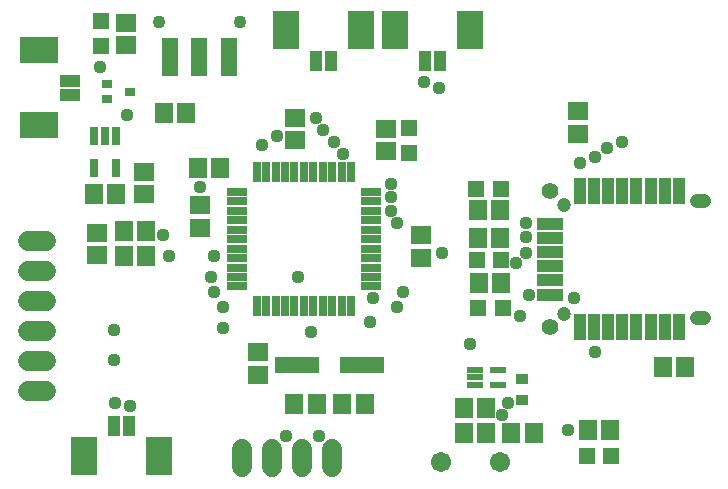
<source format=gts>
G75*
%MOIN*%
%OFA0B0*%
%FSLAX25Y25*%
%IPPOS*%
%LPD*%
%AMOC8*
5,1,8,0,0,1.08239X$1,22.5*
%
%ADD10R,0.08674X0.03950*%
%ADD11R,0.03950X0.08674*%
%ADD12C,0.04737*%
%ADD13C,0.04737*%
%ADD14C,0.05524*%
%ADD15R,0.05524X0.05524*%
%ADD16R,0.06706X0.05918*%
%ADD17R,0.05918X0.06706*%
%ADD18R,0.03000X0.06000*%
%ADD19R,0.05400X0.02200*%
%ADD20R,0.03950X0.03556*%
%ADD21R,0.02965X0.06706*%
%ADD22R,0.06706X0.02965*%
%ADD23R,0.14580X0.05524*%
%ADD24R,0.09068X0.12611*%
%ADD25R,0.03950X0.07099*%
%ADD26R,0.12611X0.09068*%
%ADD27R,0.07099X0.03950*%
%ADD28R,0.03359X0.03162*%
%ADD29R,0.05524X0.12611*%
%ADD30C,0.04343*%
%ADD31C,0.06737*%
%ADD32C,0.06800*%
%ADD33C,0.04369*%
D10*
X0216216Y0099522D03*
X0216216Y0104246D03*
X0216216Y0108971D03*
X0216216Y0113695D03*
X0216216Y0118420D03*
X0216216Y0123144D03*
D11*
X0226058Y0133971D03*
X0230783Y0133971D03*
X0235507Y0133971D03*
X0240231Y0133971D03*
X0244956Y0133971D03*
X0249680Y0133971D03*
X0254405Y0133971D03*
X0259129Y0133971D03*
X0259129Y0088695D03*
X0254405Y0088695D03*
X0249680Y0088695D03*
X0244956Y0088695D03*
X0240231Y0088695D03*
X0235507Y0088695D03*
X0230783Y0088695D03*
X0226058Y0088695D03*
D12*
X0220940Y0093026D03*
X0220940Y0129443D03*
D13*
X0265035Y0130821D02*
X0265035Y0130821D01*
X0267397Y0130821D01*
X0267397Y0130821D01*
X0265035Y0130821D01*
X0265035Y0091845D02*
X0265035Y0091845D01*
X0267397Y0091845D01*
X0267397Y0091845D01*
X0265035Y0091845D01*
D14*
X0216216Y0088695D03*
X0216216Y0133971D03*
D15*
X0199830Y0134791D03*
X0191562Y0134791D03*
X0169050Y0146673D03*
X0169050Y0154941D03*
X0191680Y0111209D03*
X0199948Y0111209D03*
X0200326Y0095209D03*
X0192058Y0095209D03*
X0228381Y0045657D03*
X0236649Y0045657D03*
X0066491Y0182311D03*
X0066491Y0190579D03*
D16*
X0074685Y0190070D03*
X0074685Y0182590D03*
X0131128Y0158459D03*
X0131128Y0150979D03*
X0161444Y0147280D03*
X0161444Y0154760D03*
X0173121Y0119264D03*
X0173121Y0111783D03*
X0118869Y0080264D03*
X0118869Y0072783D03*
X0065184Y0112579D03*
X0065184Y0120059D03*
X0080751Y0132949D03*
X0080751Y0140429D03*
X0099405Y0129217D03*
X0099405Y0121736D03*
X0225610Y0153159D03*
X0225610Y0160639D03*
D17*
X0199649Y0127776D03*
X0192169Y0127776D03*
X0192011Y0118335D03*
X0199491Y0118335D03*
X0199869Y0103335D03*
X0192389Y0103335D03*
X0154452Y0063098D03*
X0146972Y0063098D03*
X0138365Y0063122D03*
X0130885Y0063122D03*
X0187436Y0061697D03*
X0194917Y0061697D03*
X0194917Y0053429D03*
X0187436Y0053429D03*
X0203184Y0053429D03*
X0210665Y0053429D03*
X0228775Y0054531D03*
X0236255Y0054531D03*
X0253690Y0075472D03*
X0261170Y0075472D03*
X0106302Y0141610D03*
X0098822Y0141610D03*
X0094948Y0160083D03*
X0087468Y0160083D03*
X0071499Y0133051D03*
X0064019Y0133051D03*
X0074074Y0120862D03*
X0081554Y0120862D03*
X0081554Y0112382D03*
X0074074Y0112382D03*
D18*
X0071459Y0141643D03*
X0064059Y0141643D03*
X0064059Y0152443D03*
X0067759Y0152443D03*
X0071459Y0152443D03*
D19*
X0191313Y0074533D03*
X0191313Y0071933D03*
X0191313Y0069333D03*
X0198913Y0069333D03*
X0198913Y0074533D03*
D20*
X0206924Y0071539D03*
X0206924Y0064453D03*
D21*
X0149869Y0095547D03*
X0146720Y0095547D03*
X0143570Y0095547D03*
X0140420Y0095547D03*
X0137271Y0095547D03*
X0134121Y0095547D03*
X0130972Y0095547D03*
X0127822Y0095547D03*
X0124672Y0095547D03*
X0121523Y0095547D03*
X0118373Y0095547D03*
X0118373Y0140429D03*
X0121523Y0140429D03*
X0124672Y0140429D03*
X0127822Y0140429D03*
X0130972Y0140429D03*
X0134121Y0140429D03*
X0137271Y0140429D03*
X0140420Y0140429D03*
X0143570Y0140429D03*
X0146720Y0140429D03*
X0149869Y0140429D03*
D22*
X0156562Y0133736D03*
X0156562Y0130587D03*
X0156562Y0127437D03*
X0156562Y0124287D03*
X0156562Y0121138D03*
X0156562Y0117988D03*
X0156562Y0114839D03*
X0156562Y0111689D03*
X0156562Y0108539D03*
X0156562Y0105390D03*
X0156562Y0102240D03*
X0111680Y0102240D03*
X0111680Y0105390D03*
X0111680Y0108539D03*
X0111680Y0111689D03*
X0111680Y0114839D03*
X0111680Y0117988D03*
X0111680Y0121138D03*
X0111680Y0124287D03*
X0111680Y0127437D03*
X0111680Y0130587D03*
X0111680Y0133736D03*
D23*
X0131680Y0076144D03*
X0153334Y0076144D03*
D24*
X0060700Y0045550D03*
X0085700Y0045550D03*
X0128188Y0187689D03*
X0153188Y0187689D03*
X0164558Y0187689D03*
X0189558Y0187689D03*
D25*
X0179519Y0177453D03*
X0174598Y0177453D03*
X0143149Y0177453D03*
X0138228Y0177453D03*
X0075661Y0055787D03*
X0070739Y0055787D03*
D26*
X0045861Y0155898D03*
X0045861Y0180898D03*
D27*
X0056098Y0170858D03*
X0056098Y0165937D03*
D28*
X0068570Y0164650D03*
X0076247Y0167209D03*
X0068570Y0169768D03*
D29*
X0089476Y0178634D03*
X0099318Y0178634D03*
X0109161Y0178634D03*
D30*
X0112704Y0190445D03*
X0085932Y0190445D03*
D31*
X0179652Y0043854D03*
X0199337Y0043854D03*
D32*
X0143500Y0042000D02*
X0143500Y0048000D01*
X0133500Y0048000D02*
X0133500Y0042000D01*
X0123500Y0042000D02*
X0123500Y0048000D01*
X0113500Y0048000D02*
X0113500Y0042000D01*
X0048000Y0067500D02*
X0042000Y0067500D01*
X0042000Y0077500D02*
X0048000Y0077500D01*
X0048000Y0087500D02*
X0042000Y0087500D01*
X0042000Y0097500D02*
X0048000Y0097500D01*
X0048000Y0107500D02*
X0042000Y0107500D01*
X0042000Y0117500D02*
X0048000Y0117500D01*
D33*
X0087200Y0119500D03*
X0089200Y0112500D03*
X0103200Y0105500D03*
X0104200Y0100500D03*
X0107200Y0095500D03*
X0107200Y0088500D03*
X0132200Y0105500D03*
X0156200Y0090500D03*
X0165200Y0095500D03*
X0167200Y0100500D03*
X0157200Y0098500D03*
X0136500Y0087200D03*
X0104200Y0112500D03*
X0099400Y0135500D03*
X0120200Y0149500D03*
X0125200Y0152500D03*
X0138200Y0158500D03*
X0140381Y0154287D03*
X0144200Y0150500D03*
X0147200Y0146500D03*
X0163200Y0136500D03*
X0163200Y0132106D03*
X0163200Y0127500D03*
X0165200Y0123287D03*
X0180200Y0113500D03*
X0204924Y0110106D03*
X0208200Y0113500D03*
X0208200Y0118713D03*
X0208200Y0123500D03*
X0226200Y0143500D03*
X0231200Y0145500D03*
X0235200Y0148500D03*
X0240200Y0150500D03*
X0179200Y0168500D03*
X0174200Y0170500D03*
X0209200Y0099500D03*
X0206200Y0092500D03*
X0189500Y0083100D03*
X0202200Y0063500D03*
X0200200Y0059500D03*
X0222200Y0054500D03*
X0231200Y0080500D03*
X0224200Y0098500D03*
X0139200Y0052500D03*
X0128200Y0052500D03*
X0076200Y0062500D03*
X0071200Y0063500D03*
X0070940Y0077740D03*
X0070780Y0087680D03*
X0075200Y0159500D03*
X0066200Y0175500D03*
M02*

</source>
